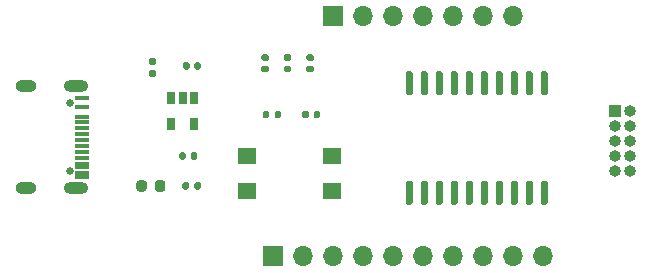
<source format=gts>
%TF.GenerationSoftware,KiCad,Pcbnew,5.1.9+dfsg1-1*%
%TF.CreationDate,2022-01-10T13:15:26-05:00*%
%TF.ProjectId,samd10d13a,73616d64-3130-4643-9133-612e6b696361,rev?*%
%TF.SameCoordinates,Original*%
%TF.FileFunction,Soldermask,Top*%
%TF.FilePolarity,Negative*%
%FSLAX46Y46*%
G04 Gerber Fmt 4.6, Leading zero omitted, Abs format (unit mm)*
G04 Created by KiCad (PCBNEW 5.1.9+dfsg1-1) date 2022-01-10 13:15:26*
%MOMM*%
%LPD*%
G01*
G04 APERTURE LIST*
%ADD10R,1.150000X0.300000*%
%ADD11O,0.650000X0.650000*%
%ADD12O,1.800000X1.000000*%
%ADD13O,2.100000X1.000000*%
%ADD14O,1.000000X1.000000*%
%ADD15R,1.000000X1.000000*%
%ADD16O,1.700000X1.700000*%
%ADD17R,1.700000X1.700000*%
%ADD18R,0.650000X1.060000*%
%ADD19R,1.600000X1.400000*%
G04 APERTURE END LIST*
D10*
X80406500Y-61833500D03*
X80406500Y-61033500D03*
D11*
X79331500Y-61373500D03*
X79331500Y-55593500D03*
D12*
X75651500Y-62803500D03*
X75651500Y-54163500D03*
D13*
X79831500Y-54163500D03*
X79831500Y-62803500D03*
D10*
X80406500Y-60233500D03*
X80406500Y-59733500D03*
X80406500Y-59233500D03*
X80406500Y-58733500D03*
X80406500Y-58233500D03*
X80406500Y-57733500D03*
X80406500Y-57233500D03*
X80406500Y-56733500D03*
X80406500Y-61533500D03*
X80406500Y-60733500D03*
X80406500Y-55933500D03*
X80406500Y-55133500D03*
D14*
X126809500Y-61341000D03*
X125539500Y-61341000D03*
X126809500Y-60071000D03*
X125539500Y-60071000D03*
X126809500Y-58801000D03*
X125539500Y-58801000D03*
X126809500Y-57531000D03*
X125539500Y-57531000D03*
X126809500Y-56261000D03*
D15*
X125539500Y-56261000D03*
D16*
X116840000Y-48260000D03*
X114300000Y-48260000D03*
X111760000Y-48260000D03*
X109220000Y-48260000D03*
X106680000Y-48260000D03*
X104140000Y-48260000D03*
D17*
X101600000Y-48260000D03*
D16*
X119380000Y-68580000D03*
X116840000Y-68580000D03*
X114300000Y-68580000D03*
X111760000Y-68580000D03*
X109220000Y-68580000D03*
X106680000Y-68580000D03*
X104140000Y-68580000D03*
X101600000Y-68580000D03*
X99060000Y-68580000D03*
D17*
X96520000Y-68580000D03*
D18*
X89850000Y-57361000D03*
X87950000Y-57361000D03*
X87950000Y-55161000D03*
X88900000Y-55161000D03*
X89850000Y-55161000D03*
G36*
G01*
X108227000Y-54922000D02*
X107927000Y-54922000D01*
G75*
G02*
X107777000Y-54772000I0J150000D01*
G01*
X107777000Y-53022000D01*
G75*
G02*
X107927000Y-52872000I150000J0D01*
G01*
X108227000Y-52872000D01*
G75*
G02*
X108377000Y-53022000I0J-150000D01*
G01*
X108377000Y-54772000D01*
G75*
G02*
X108227000Y-54922000I-150000J0D01*
G01*
G37*
G36*
G01*
X109497000Y-54922000D02*
X109197000Y-54922000D01*
G75*
G02*
X109047000Y-54772000I0J150000D01*
G01*
X109047000Y-53022000D01*
G75*
G02*
X109197000Y-52872000I150000J0D01*
G01*
X109497000Y-52872000D01*
G75*
G02*
X109647000Y-53022000I0J-150000D01*
G01*
X109647000Y-54772000D01*
G75*
G02*
X109497000Y-54922000I-150000J0D01*
G01*
G37*
G36*
G01*
X110767000Y-54922000D02*
X110467000Y-54922000D01*
G75*
G02*
X110317000Y-54772000I0J150000D01*
G01*
X110317000Y-53022000D01*
G75*
G02*
X110467000Y-52872000I150000J0D01*
G01*
X110767000Y-52872000D01*
G75*
G02*
X110917000Y-53022000I0J-150000D01*
G01*
X110917000Y-54772000D01*
G75*
G02*
X110767000Y-54922000I-150000J0D01*
G01*
G37*
G36*
G01*
X112037000Y-54922000D02*
X111737000Y-54922000D01*
G75*
G02*
X111587000Y-54772000I0J150000D01*
G01*
X111587000Y-53022000D01*
G75*
G02*
X111737000Y-52872000I150000J0D01*
G01*
X112037000Y-52872000D01*
G75*
G02*
X112187000Y-53022000I0J-150000D01*
G01*
X112187000Y-54772000D01*
G75*
G02*
X112037000Y-54922000I-150000J0D01*
G01*
G37*
G36*
G01*
X113307000Y-54922000D02*
X113007000Y-54922000D01*
G75*
G02*
X112857000Y-54772000I0J150000D01*
G01*
X112857000Y-53022000D01*
G75*
G02*
X113007000Y-52872000I150000J0D01*
G01*
X113307000Y-52872000D01*
G75*
G02*
X113457000Y-53022000I0J-150000D01*
G01*
X113457000Y-54772000D01*
G75*
G02*
X113307000Y-54922000I-150000J0D01*
G01*
G37*
G36*
G01*
X114577000Y-54922000D02*
X114277000Y-54922000D01*
G75*
G02*
X114127000Y-54772000I0J150000D01*
G01*
X114127000Y-53022000D01*
G75*
G02*
X114277000Y-52872000I150000J0D01*
G01*
X114577000Y-52872000D01*
G75*
G02*
X114727000Y-53022000I0J-150000D01*
G01*
X114727000Y-54772000D01*
G75*
G02*
X114577000Y-54922000I-150000J0D01*
G01*
G37*
G36*
G01*
X115847000Y-54922000D02*
X115547000Y-54922000D01*
G75*
G02*
X115397000Y-54772000I0J150000D01*
G01*
X115397000Y-53022000D01*
G75*
G02*
X115547000Y-52872000I150000J0D01*
G01*
X115847000Y-52872000D01*
G75*
G02*
X115997000Y-53022000I0J-150000D01*
G01*
X115997000Y-54772000D01*
G75*
G02*
X115847000Y-54922000I-150000J0D01*
G01*
G37*
G36*
G01*
X117117000Y-54922000D02*
X116817000Y-54922000D01*
G75*
G02*
X116667000Y-54772000I0J150000D01*
G01*
X116667000Y-53022000D01*
G75*
G02*
X116817000Y-52872000I150000J0D01*
G01*
X117117000Y-52872000D01*
G75*
G02*
X117267000Y-53022000I0J-150000D01*
G01*
X117267000Y-54772000D01*
G75*
G02*
X117117000Y-54922000I-150000J0D01*
G01*
G37*
G36*
G01*
X118387000Y-54922000D02*
X118087000Y-54922000D01*
G75*
G02*
X117937000Y-54772000I0J150000D01*
G01*
X117937000Y-53022000D01*
G75*
G02*
X118087000Y-52872000I150000J0D01*
G01*
X118387000Y-52872000D01*
G75*
G02*
X118537000Y-53022000I0J-150000D01*
G01*
X118537000Y-54772000D01*
G75*
G02*
X118387000Y-54922000I-150000J0D01*
G01*
G37*
G36*
G01*
X119657000Y-54922000D02*
X119357000Y-54922000D01*
G75*
G02*
X119207000Y-54772000I0J150000D01*
G01*
X119207000Y-53022000D01*
G75*
G02*
X119357000Y-52872000I150000J0D01*
G01*
X119657000Y-52872000D01*
G75*
G02*
X119807000Y-53022000I0J-150000D01*
G01*
X119807000Y-54772000D01*
G75*
G02*
X119657000Y-54922000I-150000J0D01*
G01*
G37*
G36*
G01*
X119657000Y-64222000D02*
X119357000Y-64222000D01*
G75*
G02*
X119207000Y-64072000I0J150000D01*
G01*
X119207000Y-62322000D01*
G75*
G02*
X119357000Y-62172000I150000J0D01*
G01*
X119657000Y-62172000D01*
G75*
G02*
X119807000Y-62322000I0J-150000D01*
G01*
X119807000Y-64072000D01*
G75*
G02*
X119657000Y-64222000I-150000J0D01*
G01*
G37*
G36*
G01*
X118387000Y-64222000D02*
X118087000Y-64222000D01*
G75*
G02*
X117937000Y-64072000I0J150000D01*
G01*
X117937000Y-62322000D01*
G75*
G02*
X118087000Y-62172000I150000J0D01*
G01*
X118387000Y-62172000D01*
G75*
G02*
X118537000Y-62322000I0J-150000D01*
G01*
X118537000Y-64072000D01*
G75*
G02*
X118387000Y-64222000I-150000J0D01*
G01*
G37*
G36*
G01*
X117117000Y-64222000D02*
X116817000Y-64222000D01*
G75*
G02*
X116667000Y-64072000I0J150000D01*
G01*
X116667000Y-62322000D01*
G75*
G02*
X116817000Y-62172000I150000J0D01*
G01*
X117117000Y-62172000D01*
G75*
G02*
X117267000Y-62322000I0J-150000D01*
G01*
X117267000Y-64072000D01*
G75*
G02*
X117117000Y-64222000I-150000J0D01*
G01*
G37*
G36*
G01*
X115847000Y-64222000D02*
X115547000Y-64222000D01*
G75*
G02*
X115397000Y-64072000I0J150000D01*
G01*
X115397000Y-62322000D01*
G75*
G02*
X115547000Y-62172000I150000J0D01*
G01*
X115847000Y-62172000D01*
G75*
G02*
X115997000Y-62322000I0J-150000D01*
G01*
X115997000Y-64072000D01*
G75*
G02*
X115847000Y-64222000I-150000J0D01*
G01*
G37*
G36*
G01*
X114577000Y-64222000D02*
X114277000Y-64222000D01*
G75*
G02*
X114127000Y-64072000I0J150000D01*
G01*
X114127000Y-62322000D01*
G75*
G02*
X114277000Y-62172000I150000J0D01*
G01*
X114577000Y-62172000D01*
G75*
G02*
X114727000Y-62322000I0J-150000D01*
G01*
X114727000Y-64072000D01*
G75*
G02*
X114577000Y-64222000I-150000J0D01*
G01*
G37*
G36*
G01*
X113307000Y-64222000D02*
X113007000Y-64222000D01*
G75*
G02*
X112857000Y-64072000I0J150000D01*
G01*
X112857000Y-62322000D01*
G75*
G02*
X113007000Y-62172000I150000J0D01*
G01*
X113307000Y-62172000D01*
G75*
G02*
X113457000Y-62322000I0J-150000D01*
G01*
X113457000Y-64072000D01*
G75*
G02*
X113307000Y-64222000I-150000J0D01*
G01*
G37*
G36*
G01*
X112037000Y-64222000D02*
X111737000Y-64222000D01*
G75*
G02*
X111587000Y-64072000I0J150000D01*
G01*
X111587000Y-62322000D01*
G75*
G02*
X111737000Y-62172000I150000J0D01*
G01*
X112037000Y-62172000D01*
G75*
G02*
X112187000Y-62322000I0J-150000D01*
G01*
X112187000Y-64072000D01*
G75*
G02*
X112037000Y-64222000I-150000J0D01*
G01*
G37*
G36*
G01*
X110767000Y-64222000D02*
X110467000Y-64222000D01*
G75*
G02*
X110317000Y-64072000I0J150000D01*
G01*
X110317000Y-62322000D01*
G75*
G02*
X110467000Y-62172000I150000J0D01*
G01*
X110767000Y-62172000D01*
G75*
G02*
X110917000Y-62322000I0J-150000D01*
G01*
X110917000Y-64072000D01*
G75*
G02*
X110767000Y-64222000I-150000J0D01*
G01*
G37*
G36*
G01*
X109497000Y-64222000D02*
X109197000Y-64222000D01*
G75*
G02*
X109047000Y-64072000I0J150000D01*
G01*
X109047000Y-62322000D01*
G75*
G02*
X109197000Y-62172000I150000J0D01*
G01*
X109497000Y-62172000D01*
G75*
G02*
X109647000Y-62322000I0J-150000D01*
G01*
X109647000Y-64072000D01*
G75*
G02*
X109497000Y-64222000I-150000J0D01*
G01*
G37*
G36*
G01*
X108227000Y-64222000D02*
X107927000Y-64222000D01*
G75*
G02*
X107777000Y-64072000I0J150000D01*
G01*
X107777000Y-62322000D01*
G75*
G02*
X107927000Y-62172000I150000J0D01*
G01*
X108227000Y-62172000D01*
G75*
G02*
X108377000Y-62322000I0J-150000D01*
G01*
X108377000Y-64072000D01*
G75*
G02*
X108227000Y-64222000I-150000J0D01*
G01*
G37*
D19*
X94357000Y-60045500D03*
X101557000Y-60045500D03*
X94357000Y-63045500D03*
X101557000Y-63045500D03*
G36*
G01*
X96694500Y-56763500D02*
X96694500Y-56393500D01*
G75*
G02*
X96829500Y-56258500I135000J0D01*
G01*
X97099500Y-56258500D01*
G75*
G02*
X97234500Y-56393500I0J-135000D01*
G01*
X97234500Y-56763500D01*
G75*
G02*
X97099500Y-56898500I-135000J0D01*
G01*
X96829500Y-56898500D01*
G75*
G02*
X96694500Y-56763500I0J135000D01*
G01*
G37*
G36*
G01*
X95674500Y-56763500D02*
X95674500Y-56393500D01*
G75*
G02*
X95809500Y-56258500I135000J0D01*
G01*
X96079500Y-56258500D01*
G75*
G02*
X96214500Y-56393500I0J-135000D01*
G01*
X96214500Y-56763500D01*
G75*
G02*
X96079500Y-56898500I-135000J0D01*
G01*
X95809500Y-56898500D01*
G75*
G02*
X95674500Y-56763500I0J135000D01*
G01*
G37*
G36*
G01*
X86545000Y-52336000D02*
X86175000Y-52336000D01*
G75*
G02*
X86040000Y-52201000I0J135000D01*
G01*
X86040000Y-51931000D01*
G75*
G02*
X86175000Y-51796000I135000J0D01*
G01*
X86545000Y-51796000D01*
G75*
G02*
X86680000Y-51931000I0J-135000D01*
G01*
X86680000Y-52201000D01*
G75*
G02*
X86545000Y-52336000I-135000J0D01*
G01*
G37*
G36*
G01*
X86545000Y-53356000D02*
X86175000Y-53356000D01*
G75*
G02*
X86040000Y-53221000I0J135000D01*
G01*
X86040000Y-52951000D01*
G75*
G02*
X86175000Y-52816000I135000J0D01*
G01*
X86545000Y-52816000D01*
G75*
G02*
X86680000Y-52951000I0J-135000D01*
G01*
X86680000Y-53221000D01*
G75*
G02*
X86545000Y-53356000I-135000J0D01*
G01*
G37*
G36*
G01*
X89420000Y-62426000D02*
X89420000Y-62796000D01*
G75*
G02*
X89285000Y-62931000I-135000J0D01*
G01*
X89015000Y-62931000D01*
G75*
G02*
X88880000Y-62796000I0J135000D01*
G01*
X88880000Y-62426000D01*
G75*
G02*
X89015000Y-62291000I135000J0D01*
G01*
X89285000Y-62291000D01*
G75*
G02*
X89420000Y-62426000I0J-135000D01*
G01*
G37*
G36*
G01*
X90440000Y-62426000D02*
X90440000Y-62796000D01*
G75*
G02*
X90305000Y-62931000I-135000J0D01*
G01*
X90035000Y-62931000D01*
G75*
G02*
X89900000Y-62796000I0J135000D01*
G01*
X89900000Y-62426000D01*
G75*
G02*
X90035000Y-62291000I135000J0D01*
G01*
X90305000Y-62291000D01*
G75*
G02*
X90440000Y-62426000I0J-135000D01*
G01*
G37*
G36*
G01*
X86557500Y-62867250D02*
X86557500Y-62354750D01*
G75*
G02*
X86776250Y-62136000I218750J0D01*
G01*
X87213750Y-62136000D01*
G75*
G02*
X87432500Y-62354750I0J-218750D01*
G01*
X87432500Y-62867250D01*
G75*
G02*
X87213750Y-63086000I-218750J0D01*
G01*
X86776250Y-63086000D01*
G75*
G02*
X86557500Y-62867250I0J218750D01*
G01*
G37*
G36*
G01*
X84982500Y-62867250D02*
X84982500Y-62354750D01*
G75*
G02*
X85201250Y-62136000I218750J0D01*
G01*
X85638750Y-62136000D01*
G75*
G02*
X85857500Y-62354750I0J-218750D01*
G01*
X85857500Y-62867250D01*
G75*
G02*
X85638750Y-63086000I-218750J0D01*
G01*
X85201250Y-63086000D01*
G75*
G02*
X84982500Y-62867250I0J218750D01*
G01*
G37*
G36*
G01*
X99865000Y-52025000D02*
X99525000Y-52025000D01*
G75*
G02*
X99385000Y-51885000I0J140000D01*
G01*
X99385000Y-51605000D01*
G75*
G02*
X99525000Y-51465000I140000J0D01*
G01*
X99865000Y-51465000D01*
G75*
G02*
X100005000Y-51605000I0J-140000D01*
G01*
X100005000Y-51885000D01*
G75*
G02*
X99865000Y-52025000I-140000J0D01*
G01*
G37*
G36*
G01*
X99865000Y-52985000D02*
X99525000Y-52985000D01*
G75*
G02*
X99385000Y-52845000I0J140000D01*
G01*
X99385000Y-52565000D01*
G75*
G02*
X99525000Y-52425000I140000J0D01*
G01*
X99865000Y-52425000D01*
G75*
G02*
X100005000Y-52565000I0J-140000D01*
G01*
X100005000Y-52845000D01*
G75*
G02*
X99865000Y-52985000I-140000J0D01*
G01*
G37*
G36*
G01*
X97960000Y-52025000D02*
X97620000Y-52025000D01*
G75*
G02*
X97480000Y-51885000I0J140000D01*
G01*
X97480000Y-51605000D01*
G75*
G02*
X97620000Y-51465000I140000J0D01*
G01*
X97960000Y-51465000D01*
G75*
G02*
X98100000Y-51605000I0J-140000D01*
G01*
X98100000Y-51885000D01*
G75*
G02*
X97960000Y-52025000I-140000J0D01*
G01*
G37*
G36*
G01*
X97960000Y-52985000D02*
X97620000Y-52985000D01*
G75*
G02*
X97480000Y-52845000I0J140000D01*
G01*
X97480000Y-52565000D01*
G75*
G02*
X97620000Y-52425000I140000J0D01*
G01*
X97960000Y-52425000D01*
G75*
G02*
X98100000Y-52565000I0J-140000D01*
G01*
X98100000Y-52845000D01*
G75*
G02*
X97960000Y-52985000I-140000J0D01*
G01*
G37*
G36*
G01*
X96055000Y-52025000D02*
X95715000Y-52025000D01*
G75*
G02*
X95575000Y-51885000I0J140000D01*
G01*
X95575000Y-51605000D01*
G75*
G02*
X95715000Y-51465000I140000J0D01*
G01*
X96055000Y-51465000D01*
G75*
G02*
X96195000Y-51605000I0J-140000D01*
G01*
X96195000Y-51885000D01*
G75*
G02*
X96055000Y-52025000I-140000J0D01*
G01*
G37*
G36*
G01*
X96055000Y-52985000D02*
X95715000Y-52985000D01*
G75*
G02*
X95575000Y-52845000I0J140000D01*
G01*
X95575000Y-52565000D01*
G75*
G02*
X95715000Y-52425000I140000J0D01*
G01*
X96055000Y-52425000D01*
G75*
G02*
X96195000Y-52565000I0J-140000D01*
G01*
X96195000Y-52845000D01*
G75*
G02*
X96055000Y-52985000I-140000J0D01*
G01*
G37*
G36*
G01*
X99986500Y-56748500D02*
X99986500Y-56408500D01*
G75*
G02*
X100126500Y-56268500I140000J0D01*
G01*
X100406500Y-56268500D01*
G75*
G02*
X100546500Y-56408500I0J-140000D01*
G01*
X100546500Y-56748500D01*
G75*
G02*
X100406500Y-56888500I-140000J0D01*
G01*
X100126500Y-56888500D01*
G75*
G02*
X99986500Y-56748500I0J140000D01*
G01*
G37*
G36*
G01*
X99026500Y-56748500D02*
X99026500Y-56408500D01*
G75*
G02*
X99166500Y-56268500I140000J0D01*
G01*
X99446500Y-56268500D01*
G75*
G02*
X99586500Y-56408500I0J-140000D01*
G01*
X99586500Y-56748500D01*
G75*
G02*
X99446500Y-56888500I-140000J0D01*
G01*
X99166500Y-56888500D01*
G75*
G02*
X99026500Y-56748500I0J140000D01*
G01*
G37*
G36*
G01*
X89180000Y-59901000D02*
X89180000Y-60241000D01*
G75*
G02*
X89040000Y-60381000I-140000J0D01*
G01*
X88760000Y-60381000D01*
G75*
G02*
X88620000Y-60241000I0J140000D01*
G01*
X88620000Y-59901000D01*
G75*
G02*
X88760000Y-59761000I140000J0D01*
G01*
X89040000Y-59761000D01*
G75*
G02*
X89180000Y-59901000I0J-140000D01*
G01*
G37*
G36*
G01*
X90140000Y-59901000D02*
X90140000Y-60241000D01*
G75*
G02*
X90000000Y-60381000I-140000J0D01*
G01*
X89720000Y-60381000D01*
G75*
G02*
X89580000Y-60241000I0J140000D01*
G01*
X89580000Y-59901000D01*
G75*
G02*
X89720000Y-59761000I140000J0D01*
G01*
X90000000Y-59761000D01*
G75*
G02*
X90140000Y-59901000I0J-140000D01*
G01*
G37*
G36*
G01*
X89490000Y-52281000D02*
X89490000Y-52621000D01*
G75*
G02*
X89350000Y-52761000I-140000J0D01*
G01*
X89070000Y-52761000D01*
G75*
G02*
X88930000Y-52621000I0J140000D01*
G01*
X88930000Y-52281000D01*
G75*
G02*
X89070000Y-52141000I140000J0D01*
G01*
X89350000Y-52141000D01*
G75*
G02*
X89490000Y-52281000I0J-140000D01*
G01*
G37*
G36*
G01*
X90450000Y-52281000D02*
X90450000Y-52621000D01*
G75*
G02*
X90310000Y-52761000I-140000J0D01*
G01*
X90030000Y-52761000D01*
G75*
G02*
X89890000Y-52621000I0J140000D01*
G01*
X89890000Y-52281000D01*
G75*
G02*
X90030000Y-52141000I140000J0D01*
G01*
X90310000Y-52141000D01*
G75*
G02*
X90450000Y-52281000I0J-140000D01*
G01*
G37*
M02*

</source>
